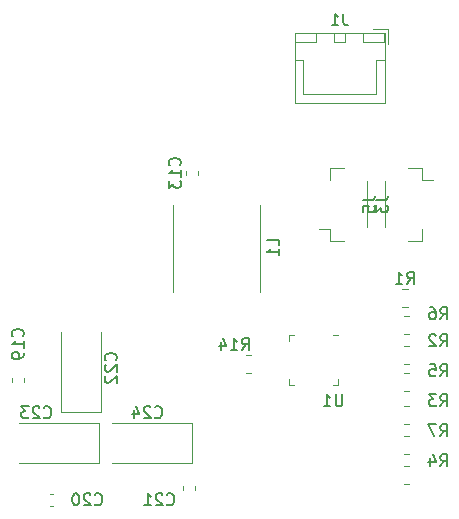
<source format=gbr>
%TF.GenerationSoftware,KiCad,Pcbnew,6.0.1-79c1e3a40b~116~ubuntu21.10.1*%
%TF.CreationDate,2022-02-21T13:22:11-07:00*%
%TF.ProjectId,PowerBackup,506f7765-7242-4616-936b-75702e6b6963,rev?*%
%TF.SameCoordinates,Original*%
%TF.FileFunction,Legend,Bot*%
%TF.FilePolarity,Positive*%
%FSLAX46Y46*%
G04 Gerber Fmt 4.6, Leading zero omitted, Abs format (unit mm)*
G04 Created by KiCad (PCBNEW 6.0.1-79c1e3a40b~116~ubuntu21.10.1) date 2022-02-21 13:22:11*
%MOMM*%
%LPD*%
G01*
G04 APERTURE LIST*
%ADD10C,0.150000*%
%ADD11C,0.120000*%
G04 APERTURE END LIST*
D10*
%TO.C,C22*%
X119747142Y-105275142D02*
X119794761Y-105227523D01*
X119842380Y-105084666D01*
X119842380Y-104989428D01*
X119794761Y-104846571D01*
X119699523Y-104751333D01*
X119604285Y-104703714D01*
X119413809Y-104656095D01*
X119270952Y-104656095D01*
X119080476Y-104703714D01*
X118985238Y-104751333D01*
X118890000Y-104846571D01*
X118842380Y-104989428D01*
X118842380Y-105084666D01*
X118890000Y-105227523D01*
X118937619Y-105275142D01*
X118937619Y-105656095D02*
X118890000Y-105703714D01*
X118842380Y-105798952D01*
X118842380Y-106037047D01*
X118890000Y-106132285D01*
X118937619Y-106179904D01*
X119032857Y-106227523D01*
X119128095Y-106227523D01*
X119270952Y-106179904D01*
X119842380Y-105608476D01*
X119842380Y-106227523D01*
X118937619Y-106608476D02*
X118890000Y-106656095D01*
X118842380Y-106751333D01*
X118842380Y-106989428D01*
X118890000Y-107084666D01*
X118937619Y-107132285D01*
X119032857Y-107179904D01*
X119128095Y-107179904D01*
X119270952Y-107132285D01*
X119842380Y-106560857D01*
X119842380Y-107179904D01*
%TO.C,J1*%
X139037333Y-75912380D02*
X139037333Y-76626666D01*
X139084952Y-76769523D01*
X139180190Y-76864761D01*
X139323047Y-76912380D01*
X139418285Y-76912380D01*
X138037333Y-76912380D02*
X138608761Y-76912380D01*
X138323047Y-76912380D02*
X138323047Y-75912380D01*
X138418285Y-76055238D01*
X138513523Y-76150476D01*
X138608761Y-76198095D01*
%TO.C,C20*%
X117990857Y-117451142D02*
X118038476Y-117498761D01*
X118181333Y-117546380D01*
X118276571Y-117546380D01*
X118419428Y-117498761D01*
X118514666Y-117403523D01*
X118562285Y-117308285D01*
X118609904Y-117117809D01*
X118609904Y-116974952D01*
X118562285Y-116784476D01*
X118514666Y-116689238D01*
X118419428Y-116594000D01*
X118276571Y-116546380D01*
X118181333Y-116546380D01*
X118038476Y-116594000D01*
X117990857Y-116641619D01*
X117609904Y-116641619D02*
X117562285Y-116594000D01*
X117467047Y-116546380D01*
X117228952Y-116546380D01*
X117133714Y-116594000D01*
X117086095Y-116641619D01*
X117038476Y-116736857D01*
X117038476Y-116832095D01*
X117086095Y-116974952D01*
X117657523Y-117546380D01*
X117038476Y-117546380D01*
X116419428Y-116546380D02*
X116324190Y-116546380D01*
X116228952Y-116594000D01*
X116181333Y-116641619D01*
X116133714Y-116736857D01*
X116086095Y-116927333D01*
X116086095Y-117165428D01*
X116133714Y-117355904D01*
X116181333Y-117451142D01*
X116228952Y-117498761D01*
X116324190Y-117546380D01*
X116419428Y-117546380D01*
X116514666Y-117498761D01*
X116562285Y-117451142D01*
X116609904Y-117355904D01*
X116657523Y-117165428D01*
X116657523Y-116927333D01*
X116609904Y-116736857D01*
X116562285Y-116641619D01*
X116514666Y-116594000D01*
X116419428Y-116546380D01*
%TO.C,R1*%
X144416666Y-98802380D02*
X144750000Y-98326190D01*
X144988095Y-98802380D02*
X144988095Y-97802380D01*
X144607142Y-97802380D01*
X144511904Y-97850000D01*
X144464285Y-97897619D01*
X144416666Y-97992857D01*
X144416666Y-98135714D01*
X144464285Y-98230952D01*
X144511904Y-98278571D01*
X144607142Y-98326190D01*
X144988095Y-98326190D01*
X143464285Y-98802380D02*
X144035714Y-98802380D01*
X143750000Y-98802380D02*
X143750000Y-97802380D01*
X143845238Y-97945238D01*
X143940476Y-98040476D01*
X144035714Y-98088095D01*
%TO.C,R7*%
X147232666Y-111704380D02*
X147566000Y-111228190D01*
X147804095Y-111704380D02*
X147804095Y-110704380D01*
X147423142Y-110704380D01*
X147327904Y-110752000D01*
X147280285Y-110799619D01*
X147232666Y-110894857D01*
X147232666Y-111037714D01*
X147280285Y-111132952D01*
X147327904Y-111180571D01*
X147423142Y-111228190D01*
X147804095Y-111228190D01*
X146899333Y-110704380D02*
X146232666Y-110704380D01*
X146661238Y-111704380D01*
%TO.C,C23*%
X113672857Y-110085142D02*
X113720476Y-110132761D01*
X113863333Y-110180380D01*
X113958571Y-110180380D01*
X114101428Y-110132761D01*
X114196666Y-110037523D01*
X114244285Y-109942285D01*
X114291904Y-109751809D01*
X114291904Y-109608952D01*
X114244285Y-109418476D01*
X114196666Y-109323238D01*
X114101428Y-109228000D01*
X113958571Y-109180380D01*
X113863333Y-109180380D01*
X113720476Y-109228000D01*
X113672857Y-109275619D01*
X113291904Y-109275619D02*
X113244285Y-109228000D01*
X113149047Y-109180380D01*
X112910952Y-109180380D01*
X112815714Y-109228000D01*
X112768095Y-109275619D01*
X112720476Y-109370857D01*
X112720476Y-109466095D01*
X112768095Y-109608952D01*
X113339523Y-110180380D01*
X112720476Y-110180380D01*
X112387142Y-109180380D02*
X111768095Y-109180380D01*
X112101428Y-109561333D01*
X111958571Y-109561333D01*
X111863333Y-109608952D01*
X111815714Y-109656571D01*
X111768095Y-109751809D01*
X111768095Y-109989904D01*
X111815714Y-110085142D01*
X111863333Y-110132761D01*
X111958571Y-110180380D01*
X112244285Y-110180380D01*
X112339523Y-110132761D01*
X112387142Y-110085142D01*
%TO.C,C21*%
X124086857Y-117451142D02*
X124134476Y-117498761D01*
X124277333Y-117546380D01*
X124372571Y-117546380D01*
X124515428Y-117498761D01*
X124610666Y-117403523D01*
X124658285Y-117308285D01*
X124705904Y-117117809D01*
X124705904Y-116974952D01*
X124658285Y-116784476D01*
X124610666Y-116689238D01*
X124515428Y-116594000D01*
X124372571Y-116546380D01*
X124277333Y-116546380D01*
X124134476Y-116594000D01*
X124086857Y-116641619D01*
X123705904Y-116641619D02*
X123658285Y-116594000D01*
X123563047Y-116546380D01*
X123324952Y-116546380D01*
X123229714Y-116594000D01*
X123182095Y-116641619D01*
X123134476Y-116736857D01*
X123134476Y-116832095D01*
X123182095Y-116974952D01*
X123753523Y-117546380D01*
X123134476Y-117546380D01*
X122182095Y-117546380D02*
X122753523Y-117546380D01*
X122467809Y-117546380D02*
X122467809Y-116546380D01*
X122563047Y-116689238D01*
X122658285Y-116784476D01*
X122753523Y-116832095D01*
%TO.C,C24*%
X123070857Y-110075142D02*
X123118476Y-110122761D01*
X123261333Y-110170380D01*
X123356571Y-110170380D01*
X123499428Y-110122761D01*
X123594666Y-110027523D01*
X123642285Y-109932285D01*
X123689904Y-109741809D01*
X123689904Y-109598952D01*
X123642285Y-109408476D01*
X123594666Y-109313238D01*
X123499428Y-109218000D01*
X123356571Y-109170380D01*
X123261333Y-109170380D01*
X123118476Y-109218000D01*
X123070857Y-109265619D01*
X122689904Y-109265619D02*
X122642285Y-109218000D01*
X122547047Y-109170380D01*
X122308952Y-109170380D01*
X122213714Y-109218000D01*
X122166095Y-109265619D01*
X122118476Y-109360857D01*
X122118476Y-109456095D01*
X122166095Y-109598952D01*
X122737523Y-110170380D01*
X122118476Y-110170380D01*
X121261333Y-109503714D02*
X121261333Y-110170380D01*
X121499428Y-109122761D02*
X121737523Y-109837047D01*
X121118476Y-109837047D01*
%TO.C,R4*%
X147232666Y-114244380D02*
X147566000Y-113768190D01*
X147804095Y-114244380D02*
X147804095Y-113244380D01*
X147423142Y-113244380D01*
X147327904Y-113292000D01*
X147280285Y-113339619D01*
X147232666Y-113434857D01*
X147232666Y-113577714D01*
X147280285Y-113672952D01*
X147327904Y-113720571D01*
X147423142Y-113768190D01*
X147804095Y-113768190D01*
X146375523Y-113577714D02*
X146375523Y-114244380D01*
X146613619Y-113196761D02*
X146851714Y-113911047D01*
X146232666Y-113911047D01*
%TO.C,C19*%
X111863142Y-103243142D02*
X111910761Y-103195523D01*
X111958380Y-103052666D01*
X111958380Y-102957428D01*
X111910761Y-102814571D01*
X111815523Y-102719333D01*
X111720285Y-102671714D01*
X111529809Y-102624095D01*
X111386952Y-102624095D01*
X111196476Y-102671714D01*
X111101238Y-102719333D01*
X111006000Y-102814571D01*
X110958380Y-102957428D01*
X110958380Y-103052666D01*
X111006000Y-103195523D01*
X111053619Y-103243142D01*
X111958380Y-104195523D02*
X111958380Y-103624095D01*
X111958380Y-103909809D02*
X110958380Y-103909809D01*
X111101238Y-103814571D01*
X111196476Y-103719333D01*
X111244095Y-103624095D01*
X111958380Y-104671714D02*
X111958380Y-104862190D01*
X111910761Y-104957428D01*
X111863142Y-105005047D01*
X111720285Y-105100285D01*
X111529809Y-105147904D01*
X111148857Y-105147904D01*
X111053619Y-105100285D01*
X111006000Y-105052666D01*
X110958380Y-104957428D01*
X110958380Y-104766952D01*
X111006000Y-104671714D01*
X111053619Y-104624095D01*
X111148857Y-104576476D01*
X111386952Y-104576476D01*
X111482190Y-104624095D01*
X111529809Y-104671714D01*
X111577428Y-104766952D01*
X111577428Y-104957428D01*
X111529809Y-105052666D01*
X111482190Y-105100285D01*
X111386952Y-105147904D01*
%TO.C,C13*%
X125165142Y-88765142D02*
X125212761Y-88717523D01*
X125260380Y-88574666D01*
X125260380Y-88479428D01*
X125212761Y-88336571D01*
X125117523Y-88241333D01*
X125022285Y-88193714D01*
X124831809Y-88146095D01*
X124688952Y-88146095D01*
X124498476Y-88193714D01*
X124403238Y-88241333D01*
X124308000Y-88336571D01*
X124260380Y-88479428D01*
X124260380Y-88574666D01*
X124308000Y-88717523D01*
X124355619Y-88765142D01*
X125260380Y-89717523D02*
X125260380Y-89146095D01*
X125260380Y-89431809D02*
X124260380Y-89431809D01*
X124403238Y-89336571D01*
X124498476Y-89241333D01*
X124546095Y-89146095D01*
X124260380Y-90050857D02*
X124260380Y-90669904D01*
X124641333Y-90336571D01*
X124641333Y-90479428D01*
X124688952Y-90574666D01*
X124736571Y-90622285D01*
X124831809Y-90669904D01*
X125069904Y-90669904D01*
X125165142Y-90622285D01*
X125212761Y-90574666D01*
X125260380Y-90479428D01*
X125260380Y-90193714D01*
X125212761Y-90098476D01*
X125165142Y-90050857D01*
%TO.C,R5*%
X147232666Y-106624380D02*
X147566000Y-106148190D01*
X147804095Y-106624380D02*
X147804095Y-105624380D01*
X147423142Y-105624380D01*
X147327904Y-105672000D01*
X147280285Y-105719619D01*
X147232666Y-105814857D01*
X147232666Y-105957714D01*
X147280285Y-106052952D01*
X147327904Y-106100571D01*
X147423142Y-106148190D01*
X147804095Y-106148190D01*
X146327904Y-105624380D02*
X146804095Y-105624380D01*
X146851714Y-106100571D01*
X146804095Y-106052952D01*
X146708857Y-106005333D01*
X146470761Y-106005333D01*
X146375523Y-106052952D01*
X146327904Y-106100571D01*
X146280285Y-106195809D01*
X146280285Y-106433904D01*
X146327904Y-106529142D01*
X146375523Y-106576761D01*
X146470761Y-106624380D01*
X146708857Y-106624380D01*
X146804095Y-106576761D01*
X146851714Y-106529142D01*
%TO.C,U1*%
X138937904Y-108164380D02*
X138937904Y-108973904D01*
X138890285Y-109069142D01*
X138842666Y-109116761D01*
X138747428Y-109164380D01*
X138556952Y-109164380D01*
X138461714Y-109116761D01*
X138414095Y-109069142D01*
X138366476Y-108973904D01*
X138366476Y-108164380D01*
X137366476Y-109164380D02*
X137937904Y-109164380D01*
X137652190Y-109164380D02*
X137652190Y-108164380D01*
X137747428Y-108307238D01*
X137842666Y-108402476D01*
X137937904Y-108450095D01*
%TO.C,R6*%
X147232666Y-101798380D02*
X147566000Y-101322190D01*
X147804095Y-101798380D02*
X147804095Y-100798380D01*
X147423142Y-100798380D01*
X147327904Y-100846000D01*
X147280285Y-100893619D01*
X147232666Y-100988857D01*
X147232666Y-101131714D01*
X147280285Y-101226952D01*
X147327904Y-101274571D01*
X147423142Y-101322190D01*
X147804095Y-101322190D01*
X146375523Y-100798380D02*
X146566000Y-100798380D01*
X146661238Y-100846000D01*
X146708857Y-100893619D01*
X146804095Y-101036476D01*
X146851714Y-101226952D01*
X146851714Y-101607904D01*
X146804095Y-101703142D01*
X146756476Y-101750761D01*
X146661238Y-101798380D01*
X146470761Y-101798380D01*
X146375523Y-101750761D01*
X146327904Y-101703142D01*
X146280285Y-101607904D01*
X146280285Y-101369809D01*
X146327904Y-101274571D01*
X146375523Y-101226952D01*
X146470761Y-101179333D01*
X146661238Y-101179333D01*
X146756476Y-101226952D01*
X146804095Y-101274571D01*
X146851714Y-101369809D01*
%TO.C,J5*%
X140702380Y-91741666D02*
X141416666Y-91741666D01*
X141559523Y-91694047D01*
X141654761Y-91598809D01*
X141702380Y-91455952D01*
X141702380Y-91360714D01*
X140702380Y-92694047D02*
X140702380Y-92217857D01*
X141178571Y-92170238D01*
X141130952Y-92217857D01*
X141083333Y-92313095D01*
X141083333Y-92551190D01*
X141130952Y-92646428D01*
X141178571Y-92694047D01*
X141273809Y-92741666D01*
X141511904Y-92741666D01*
X141607142Y-92694047D01*
X141654761Y-92646428D01*
X141702380Y-92551190D01*
X141702380Y-92313095D01*
X141654761Y-92217857D01*
X141607142Y-92170238D01*
%TO.C,R2*%
X147232666Y-104084380D02*
X147566000Y-103608190D01*
X147804095Y-104084380D02*
X147804095Y-103084380D01*
X147423142Y-103084380D01*
X147327904Y-103132000D01*
X147280285Y-103179619D01*
X147232666Y-103274857D01*
X147232666Y-103417714D01*
X147280285Y-103512952D01*
X147327904Y-103560571D01*
X147423142Y-103608190D01*
X147804095Y-103608190D01*
X146851714Y-103179619D02*
X146804095Y-103132000D01*
X146708857Y-103084380D01*
X146470761Y-103084380D01*
X146375523Y-103132000D01*
X146327904Y-103179619D01*
X146280285Y-103274857D01*
X146280285Y-103370095D01*
X146327904Y-103512952D01*
X146899333Y-104084380D01*
X146280285Y-104084380D01*
%TO.C,R14*%
X130436857Y-104402380D02*
X130770190Y-103926190D01*
X131008285Y-104402380D02*
X131008285Y-103402380D01*
X130627333Y-103402380D01*
X130532095Y-103450000D01*
X130484476Y-103497619D01*
X130436857Y-103592857D01*
X130436857Y-103735714D01*
X130484476Y-103830952D01*
X130532095Y-103878571D01*
X130627333Y-103926190D01*
X131008285Y-103926190D01*
X129484476Y-104402380D02*
X130055904Y-104402380D01*
X129770190Y-104402380D02*
X129770190Y-103402380D01*
X129865428Y-103545238D01*
X129960666Y-103640476D01*
X130055904Y-103688095D01*
X128627333Y-103735714D02*
X128627333Y-104402380D01*
X128865428Y-103354761D02*
X129103523Y-104069047D01*
X128484476Y-104069047D01*
%TO.C,J3*%
X141802380Y-91741666D02*
X142516666Y-91741666D01*
X142659523Y-91694047D01*
X142754761Y-91598809D01*
X142802380Y-91455952D01*
X142802380Y-91360714D01*
X141802380Y-92122619D02*
X141802380Y-92741666D01*
X142183333Y-92408333D01*
X142183333Y-92551190D01*
X142230952Y-92646428D01*
X142278571Y-92694047D01*
X142373809Y-92741666D01*
X142611904Y-92741666D01*
X142707142Y-92694047D01*
X142754761Y-92646428D01*
X142802380Y-92551190D01*
X142802380Y-92265476D01*
X142754761Y-92170238D01*
X142707142Y-92122619D01*
%TO.C,R3*%
X147232666Y-109164380D02*
X147566000Y-108688190D01*
X147804095Y-109164380D02*
X147804095Y-108164380D01*
X147423142Y-108164380D01*
X147327904Y-108212000D01*
X147280285Y-108259619D01*
X147232666Y-108354857D01*
X147232666Y-108497714D01*
X147280285Y-108592952D01*
X147327904Y-108640571D01*
X147423142Y-108688190D01*
X147804095Y-108688190D01*
X146899333Y-108164380D02*
X146280285Y-108164380D01*
X146613619Y-108545333D01*
X146470761Y-108545333D01*
X146375523Y-108592952D01*
X146327904Y-108640571D01*
X146280285Y-108735809D01*
X146280285Y-108973904D01*
X146327904Y-109069142D01*
X146375523Y-109116761D01*
X146470761Y-109164380D01*
X146756476Y-109164380D01*
X146851714Y-109116761D01*
X146899333Y-109069142D01*
%TO.C,L1*%
X133547380Y-95541333D02*
X133547380Y-95065142D01*
X132547380Y-95065142D01*
X133547380Y-96398476D02*
X133547380Y-95827047D01*
X133547380Y-96112761D02*
X132547380Y-96112761D01*
X132690238Y-96017523D01*
X132785476Y-95922285D01*
X132833095Y-95827047D01*
D11*
%TO.C,C22*%
X118550000Y-109678000D02*
X115130000Y-109678000D01*
X115130000Y-109678000D02*
X115130000Y-102918000D01*
X118550000Y-102918000D02*
X118550000Y-109678000D01*
%TO.C,J1*%
X139204000Y-78310000D02*
X138204000Y-78310000D01*
X139204000Y-77560000D02*
X139204000Y-78310000D01*
X135654000Y-79810000D02*
X135654000Y-82760000D01*
X142804000Y-77260000D02*
X142804000Y-78510000D01*
X136704000Y-77560000D02*
X136704000Y-78310000D01*
X141754000Y-82760000D02*
X138704000Y-82760000D01*
X134904000Y-77560000D02*
X136704000Y-77560000D01*
X142504000Y-77560000D02*
X142504000Y-78310000D01*
X141554000Y-77260000D02*
X142804000Y-77260000D01*
X138204000Y-77560000D02*
X139204000Y-77560000D01*
X135654000Y-82760000D02*
X138704000Y-82760000D01*
X142504000Y-79810000D02*
X141754000Y-79810000D01*
X142514000Y-77550000D02*
X142514000Y-83520000D01*
X138204000Y-78310000D02*
X138204000Y-77560000D01*
X142514000Y-83520000D02*
X134894000Y-83520000D01*
X134894000Y-77550000D02*
X142514000Y-77550000D01*
X134904000Y-78310000D02*
X134904000Y-77560000D01*
X141754000Y-79810000D02*
X141754000Y-82760000D01*
X136704000Y-78310000D02*
X134904000Y-78310000D01*
X140704000Y-78310000D02*
X140704000Y-77560000D01*
X140704000Y-77560000D02*
X142504000Y-77560000D01*
X142504000Y-78310000D02*
X140704000Y-78310000D01*
X134904000Y-79810000D02*
X135654000Y-79810000D01*
X134894000Y-83520000D02*
X134894000Y-77550000D01*
%TO.C,C20*%
X114440580Y-117604000D02*
X114159420Y-117604000D01*
X114440580Y-116584000D02*
X114159420Y-116584000D01*
%TO.C,R1*%
X144477064Y-99265000D02*
X144022936Y-99265000D01*
X144477064Y-100735000D02*
X144022936Y-100735000D01*
%TO.C,R7*%
X144580564Y-113181000D02*
X144126436Y-113181000D01*
X144580564Y-111711000D02*
X144126436Y-111711000D01*
%TO.C,C23*%
X118314000Y-113978000D02*
X111554000Y-113978000D01*
X118314000Y-110558000D02*
X118314000Y-113978000D01*
X111554000Y-110558000D02*
X118314000Y-110558000D01*
%TO.C,C21*%
X125474000Y-115937420D02*
X125474000Y-116218580D01*
X126494000Y-115937420D02*
X126494000Y-116218580D01*
%TO.C,C24*%
X126188000Y-110558000D02*
X126188000Y-113978000D01*
X126188000Y-113978000D02*
X119428000Y-113978000D01*
X119428000Y-110558000D02*
X126188000Y-110558000D01*
%TO.C,R4*%
X144580564Y-115721000D02*
X144126436Y-115721000D01*
X144580564Y-114251000D02*
X144126436Y-114251000D01*
%TO.C,C19*%
X112016000Y-107074580D02*
X112016000Y-106793420D01*
X110996000Y-107074580D02*
X110996000Y-106793420D01*
%TO.C,C13*%
X125728000Y-89267420D02*
X125728000Y-89548580D01*
X126748000Y-89267420D02*
X126748000Y-89548580D01*
%TO.C,R5*%
X144580564Y-106377000D02*
X144126436Y-106377000D01*
X144580564Y-107847000D02*
X144126436Y-107847000D01*
%TO.C,U1*%
X138135000Y-107360000D02*
X138610000Y-107360000D01*
X138135000Y-103140000D02*
X138610000Y-103140000D01*
X134390000Y-107360000D02*
X134390000Y-106885000D01*
X138610000Y-107360000D02*
X138610000Y-106885000D01*
X134390000Y-103140000D02*
X134390000Y-103615000D01*
X134865000Y-107360000D02*
X134390000Y-107360000D01*
X134865000Y-103140000D02*
X134390000Y-103140000D01*
%TO.C,R6*%
X144580564Y-103021000D02*
X144126436Y-103021000D01*
X144580564Y-101551000D02*
X144126436Y-101551000D01*
%TO.C,J5*%
X145660000Y-88965000D02*
X145660000Y-90015000D01*
X145660000Y-90015000D02*
X146650000Y-90015000D01*
X142540000Y-90135000D02*
X142540000Y-94015000D01*
X144510000Y-88965000D02*
X145660000Y-88965000D01*
X144510000Y-95185000D02*
X145660000Y-95185000D01*
X145660000Y-95185000D02*
X145660000Y-94135000D01*
%TO.C,R2*%
X144580564Y-105561000D02*
X144126436Y-105561000D01*
X144580564Y-104091000D02*
X144126436Y-104091000D01*
%TO.C,R14*%
X131227064Y-104865000D02*
X130772936Y-104865000D01*
X131227064Y-106335000D02*
X130772936Y-106335000D01*
%TO.C,J3*%
X139090000Y-95185000D02*
X137940000Y-95185000D01*
X137940000Y-88965000D02*
X137940000Y-90015000D01*
X137940000Y-94135000D02*
X136950000Y-94135000D01*
X137940000Y-95185000D02*
X137940000Y-94135000D01*
X139090000Y-88965000D02*
X137940000Y-88965000D01*
X141060000Y-94015000D02*
X141060000Y-90135000D01*
%TO.C,R3*%
X144580564Y-110641000D02*
X144126436Y-110641000D01*
X144580564Y-109171000D02*
X144126436Y-109171000D01*
%TO.C,L1*%
X131995000Y-99483000D02*
X131995000Y-92083000D01*
X124595000Y-92083000D02*
X124595000Y-99483000D01*
%TD*%
M02*

</source>
